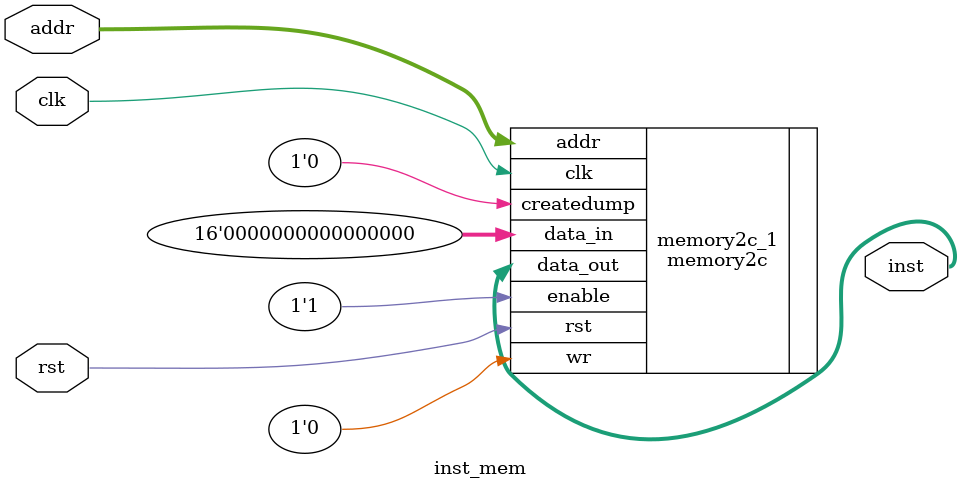
<source format=v>
/*
    CS522 Project 

    Will Martin
    Neil Walsh

    Instruction memory
*/
`default_nettype none
module inst_mem (inst, addr, clk, rst);
    // inputs
    input wire [15:0] addr;
    input wire clk, rst;

    // outputs
    output wire [15:0] inst;
    
    // memory
    // set contant enabled and read (is this correct?)
    memory2c memory2c_1 (.data_out(inst), .addr(addr), .enable(1'b1), .wr(1'b0), .clk(clk), .rst(rst), .data_in(16'b0), .createdump(1'b0));
    // TODO: set en to ~halt
endmodule
`default_nettype wire
</source>
